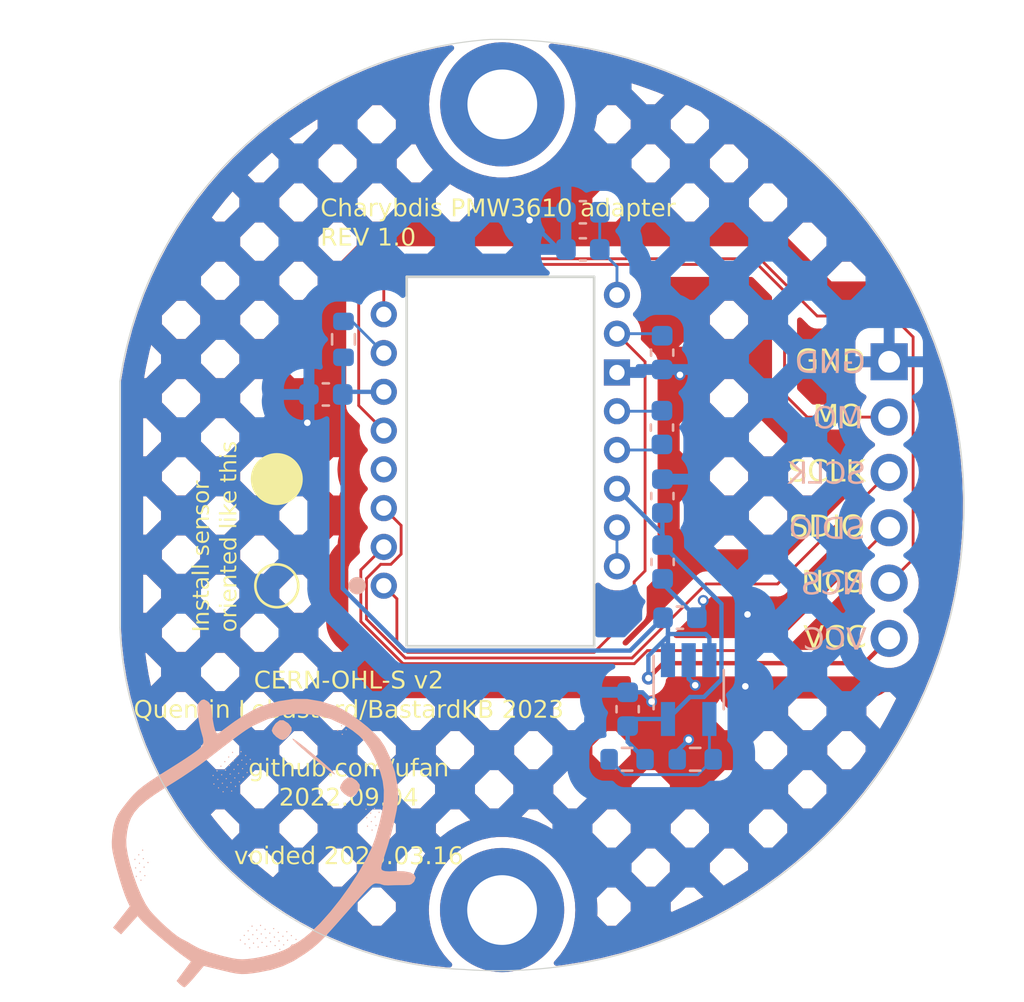
<source format=kicad_pcb>
(kicad_pcb (version 20221018) (generator pcbnew)
  (layers (0 "F.Cu" signal) (31 "B.Cu" signal) (34 "B.Paste" user) (35 "F.Paste" user) (36 "B.SilkS" user "B.Silkscreen") (37 "F.SilkS" user "F.Silkscreen") (38 "B.Mask" user) (39 "F.Mask" user) (44 "Edge.Cuts" user))
  (net 0 "")
  (net 1 "GND")
  (net 2 "Net-(U2-+VCSEL)")
  (net 3 "+1V9")
  (net 4 "VCC")
  (net 5 "Net-(U2-CN)")
  (net 6 "Net-(U2-CP)")
  (net 7 "Net-(U2-VCP)")
  (net 8 "MOTION_2")
  (net 9 "NCS_2")
  (net 10 "SCLK_2")
  (net 11 "SDIO_2")
  (net 12 "Net-(IC1-ADJ)")
  (net 13 "Net-(U2-NRESET)")
  (net 15 "Net-(U2--VCSEL)")
  (footprint "" (layer "F.Cu") (at 81.648 92.181999)
    (fp_text reference "H1" (at 0 0) (layer "F.SilkS") (effects (font (size 1.27 1.27))))
    (fp_text value "" (at 0 0) (layer "F.SilkS") (effects (font (size 1.27 1.27))))
    (pad "1" thru_hole circle (at 0 0 90) (size 5.7 5.7) (drill 3.2) (layers "*.Cu" "*.Mask"))
  )
  (footprint "" (layer "F.Cu") (at 81.638 129.171999)
    (fp_text reference "H2" (at 0 0) (layer "F.SilkS") (effects (font (size 1.27 1.27))))
    (fp_text value "" (at 0 0) (layer "F.SilkS") (effects (font (size 1.27 1.27))))
    (pad "1" thru_hole circle (at 0 0 90) (size 5.7 5.7) (drill 3.2) (layers "*.Cu" "*.Mask"))
  )
  (footprint "Connector_PinHeader_2.54mm:PinHeader_1x06_P2.54mm_Vertical" (layer "F.Cu") (at 99.4 104)
    (fp_text reference "J1" hide)
    (fp_text value "Conn_01x08")
    (pad "1" thru_hole rect (at 0 0) (size 1.7 1.7) (drill 1) (layers "*.Cu" "*.Mask") (net 1 "GND"))
    (pad "2" thru_hole oval (at 0 2.54) (size 1.7 1.7) (drill 1) (layers "*.Cu" "*.Mask") (net 8 "MOTION_2"))
    (pad "3" thru_hole oval (at 0 5.08) (size 1.7 1.7) (drill 1) (layers "*.Cu" "*.Mask") (net 10 "SCLK_2"))
    (pad "4" thru_hole oval (at 0 7.62) (size 1.7 1.7) (drill 1) (layers "*.Cu" "*.Mask") (net 11 "SDIO_2"))
    (pad "5" thru_hole oval (at 0 10.16) (size 1.7 1.7) (drill 1) (layers "*.Cu" "*.Mask") (net 9 "NCS_2"))
    (pad "6" thru_hole circle (at 0 12.7) (size 1.7 1.7) (drill 1) (layers "*.Cu" "*.Mask") (net 4 "VCC"))
  )
  (footprint "lib:C_0603_1608Metric" (layer "B.Cu") (at 87.4 119.95 90)
    (fp_text reference "C10" hide)
    (fp_text value "1uF")
    (fp_line (start -0.14058 -0.51) (end 0.14058 -0.51) (stroke (width 0.12)) (layer "B.SilkS"))
    (fp_line (start -0.14058 0.51) (end 0.14058 0.51) (stroke (width 0.12)) (layer "B.SilkS"))
    (pad "1" smd roundrect (at -0.775 0 90) (size 0.9 0.95) (layers "B.Cu" "B.Paste" "B.Mask") (net 3 "+1V9"))
    (pad "2" smd roundrect (at 0.775 0 90) (size 0.9 0.95) (layers "B.Cu" "B.Paste" "B.Mask") (net 1 "GND"))
  )
  (footprint "lib:R_0603_1608Metric" (layer "B.Cu") (at 87.375 122.25)
    (fp_text reference "R3" hide)
    (fp_text value "15k")
    (fp_line (start -0.237258 -0.5225) (end 0.237258 -0.5225) (stroke (width 0.12)) (layer "B.SilkS"))
    (fp_line (start -0.237258 0.5225) (end 0.237258 0.5225) (stroke (width 0.12)) (layer "B.SilkS"))
    (pad "1" smd roundrect (at -0.825 0) (size 0.8 0.95) (layers "B.Cu" "B.Paste" "B.Mask") (net 12 "Net-(IC1-ADJ)"))
    (pad "2" smd roundrect (at 0.825 0) (size 0.8 0.95) (layers "B.Cu" "B.Paste" "B.Mask") (net 3 "+1V9"))
  )
  (footprint "Capacitor_SMD:C_0603_1608Metric" (layer "B.Cu") (at 89.004 113.19 -90)
    (fp_text reference "C3" hide)
    (fp_text value "3.3u/16V")
    (fp_line (start -0.14058 -0.51) (end 0.14058 -0.51) (stroke (width 0.12)) (layer "B.SilkS"))
    (fp_line (start -0.14058 0.51) (end 0.14058 0.51) (stroke (width 0.12)) (layer "B.SilkS"))
    (pad "1" smd roundrect (at -0.775 0 270) (size 0.9 0.95) (layers "B.Cu" "B.Paste" "B.Mask") (net 3 "+1V9"))
    (pad "2" smd roundrect (at 0.775 0 270) (size 0.9 0.95) (layers "B.Cu" "B.Paste" "B.Mask") (net 1 "GND"))
  )
  (footprint "Capacitor_SMD:C_0603_1608Metric" (layer "B.Cu") (at 88.994 110.165 90)
    (fp_text reference "C2" hide)
    (fp_text value "100n")
    (fp_line (start -0.14058 -0.51) (end 0.14058 -0.51) (stroke (width 0.12)) (layer "B.SilkS"))
    (fp_line (start -0.14058 0.51) (end 0.14058 0.51) (stroke (width 0.12)) (layer "B.SilkS"))
    (pad "1" smd roundrect (at -0.775 0 90) (size 0.9 0.95) (layers "B.Cu" "B.Paste" "B.Mask") (net 3 "+1V9"))
    (pad "2" smd roundrect (at 0.775 0 90) (size 0.9 0.95) (layers "B.Cu" "B.Paste" "B.Mask") (net 1 "GND"))
  )
  (footprint "Capacitor_SMD:C_0603_1608Metric" (layer "B.Cu") (at 73.55 105.5 180)
    (fp_text reference "C7" hide)
    (fp_text value "100n")
    (fp_line (start -0.14058 -0.51) (end 0.14058 -0.51) (stroke (width 0.12)) (layer "B.SilkS"))
    (fp_line (start -0.14058 0.51) (end 0.14058 0.51) (stroke (width 0.12)) (layer "B.SilkS"))
    (pad "1" smd roundrect (at -0.775 0 180) (size 0.9 0.95) (layers "B.Cu" "B.Paste" "B.Mask") (net 4 "VCC"))
    (pad "2" smd roundrect (at 0.775 0 180) (size 0.9 0.95) (layers "B.Cu" "B.Paste" "B.Mask") (net 1 "GND"))
  )
  (footprint "mylib:PMW3610" (layer "B.Cu") (at 76.21 114.28)
    (fp_text reference "U2" hide)
    (fp_text value "PMW3610")
    (fp_circle (center -1.225 0) (end -1.025 0) (stroke (width 0.4)) (fill none) (layer "B.SilkS"))
    (fp_line (start 1.05 -14.18) (end 9.65 -14.18) (stroke (width 0.12)) (layer "Edge.Cuts"))
    (fp_line (start 1.05 2.78) (end 1.05 -14.18) (stroke (width 0.12)) (layer "Edge.Cuts"))
    (fp_line (start 1.05 2.78) (end 9.65 2.78) (stroke (width 0.12)) (layer "Edge.Cuts"))
    (fp_line (start 9.65 2.78) (end 9.65 -14.18) (stroke (width 0.12)) (layer "Edge.Cuts"))
    (pad "1" thru_hole circle (at 0 0) (size 1.2 1.2) (drill 0.7) (layers "*.Cu" "*.Mask") (net 2 "Net-(U2-+VCSEL)"))
    (pad "2" thru_hole circle (at 0 -1.78) (size 1.2 1.2) (drill 0.7) (layers "*.Cu" "*.Mask") (net 11 "SDIO_2"))
    (pad "3" thru_hole circle (at 0 -3.56) (size 1.2 1.2) (drill 0.7) (layers "*.Cu" "*.Mask") (net 10 "SCLK_2"))
    (pad "4" thru_hole circle (at 0 -5.34) (size 1.2 1.2) (drill 0.7) (layers "*.Cu" "*.Mask"))
    (pad "5" thru_hole circle (at 0 -7.12) (size 1.2 1.2) (drill 0.7) (layers "*.Cu" "*.Mask") (net 9 "NCS_2"))
    (pad "6" thru_hole circle (at 0 -8.9) (size 1.2 1.2) (drill 0.7) (layers "*.Cu" "*.Mask") (net 4 "VCC"))
    (pad "7" thru_hole circle (at 0 -10.68) (size 1.2 1.2) (drill 0.7) (layers "*.Cu" "*.Mask") (net 13 "Net-(U2-NRESET)"))
    (pad "8" thru_hole circle (at 0 -12.46) (size 1.2 1.2) (drill 0.7) (layers "*.Cu" "*.Mask") (net 8 "MOTION_2"))
    (pad "9" thru_hole circle (at 10.7 -13.35) (size 1.2 1.2) (drill 0.7) (layers "*.Cu" "*.Mask") (net 7 "Net-(U2-VCP)"))
    (pad "10" thru_hole circle (at 10.7 -11.57) (size 1.2 1.2) (drill 0.7) (layers "*.Cu" "*.Mask") (net 2 "Net-(U2-+VCSEL)"))
    (pad "11" thru_hole rect (at 10.7 -9.79) (size 1.2 1.2) (drill 0.7) (layers "*.Cu" "*.Mask") (net 1 "GND"))
    (pad "12" thru_hole circle (at 10.7 -8.01) (size 1.2 1.2) (drill 0.7) (layers "*.Cu" "*.Mask") (net 6 "Net-(U2-CP)"))
    (pad "13" thru_hole circle (at 10.7 -6.23) (size 1.2 1.2) (drill 0.7) (layers "*.Cu" "*.Mask") (net 5 "Net-(U2-CN)"))
    (pad "14" thru_hole circle (at 10.7 -4.45) (size 1.2 1.2) (drill 0.7) (layers "*.Cu" "*.Mask") (net 3 "+1V9"))
    (pad "15" thru_hole circle (at 10.7 -2.67) (size 1.2 1.2) (drill 0.7) (layers "*.Cu" "*.Mask") (net 15 "Net-(U2--VCSEL)"))
    (pad "16" thru_hole circle (at 10.7 -0.89) (size 1.2 1.2) (drill 0.7) (layers "*.Cu" "*.Mask") (net 15 "Net-(U2--VCSEL)"))
  )
  (footprint "Capacitor_SMD:C_0603_1608Metric" (layer "B.Cu") (at 88.984 103.58 -90)
    (fp_text reference "C1" hide)
    (fp_text value "10n")
    (fp_line (start -0.14058 -0.51) (end 0.14058 -0.51) (stroke (width 0.12)) (layer "B.SilkS"))
    (fp_line (start -0.14058 0.51) (end 0.14058 0.51) (stroke (width 0.12)) (layer "B.SilkS"))
    (pad "1" smd roundrect (at -0.775 0 270) (size 0.9 0.95) (layers "B.Cu" "B.Paste" "B.Mask") (net 2 "Net-(U2-+VCSEL)"))
    (pad "2" smd roundrect (at 0.775 0 270) (size 0.9 0.95) (layers "B.Cu" "B.Paste" "B.Mask") (net 1 "GND"))
  )
  (footprint "Capacitor_SMD:C_0603_1608Metric" (layer "B.Cu") (at 85.344 98.84 180)
    (fp_text reference "C8" hide)
    (fp_text value " 10u (X7R)")
    (fp_line (start -0.14058 -0.51) (end 0.14058 -0.51) (stroke (width 0.12)) (layer "B.SilkS"))
    (fp_line (start -0.14058 0.51) (end 0.14058 0.51) (stroke (width 0.12)) (layer "B.SilkS"))
    (pad "1" smd roundrect (at -0.775 0 180) (size 0.9 0.95) (layers "B.Cu" "B.Paste" "B.Mask") (net 7 "Net-(U2-VCP)"))
    (pad "2" smd roundrect (at 0.775 0 180) (size 0.9 0.95) (layers "B.Cu" "B.Paste" "B.Mask") (net 1 "GND"))
  )
  (footprint "Package_TO_SOT_SMD:SOT-23-5_HandSoldering" (layer "B.Cu") (at 90.2 119.05 -90)
    (fp_text reference "IC1" hide)
    (fp_text value "AP7335-WG-7")
    (fp_line (start -0.9 -1.61) (end 0.9 -1.61) (stroke (width 0.12)) (layer "B.SilkS"))
    (fp_line (start 0.9 1.61) (end -1.55 1.61) (stroke (width 0.12)) (layer "B.SilkS"))
    (pad "1" smd rect (at -1.35 0.95 270) (size 1.56 0.65) (layers "B.Cu" "B.Paste" "B.Mask") (net 4 "VCC"))
    (pad "2" smd rect (at -1.35 0 270) (size 1.56 0.65) (layers "B.Cu" "B.Paste" "B.Mask") (net 1 "GND"))
    (pad "3" smd rect (at -1.35 -0.95 270) (size 1.56 0.65) (layers "B.Cu" "B.Paste" "B.Mask") (net 4 "VCC"))
    (pad "4" smd rect (at 1.35 -0.95 270) (size 1.56 0.65) (layers "B.Cu" "B.Paste" "B.Mask") (net 12 "Net-(IC1-ADJ)"))
    (pad "5" smd rect (at 1.35 0.95 270) (size 1.56 0.65) (layers "B.Cu" "B.Paste" "B.Mask") (net 3 "+1V9"))
  )
  (footprint "lib:C_0603_1608Metric" (layer "B.Cu") (at 89.8 115.75)
    (fp_text reference "C11" hide)
    (fp_text value "1uF")
    (fp_line (start -0.14058 -0.51) (end 0.14058 -0.51) (stroke (width 0.12)) (layer "B.SilkS"))
    (fp_line (start -0.14058 0.51) (end 0.14058 0.51) (stroke (width 0.12)) (layer "B.SilkS"))
    (pad "1" smd roundrect (at -0.775 0) (size 0.9 0.95) (layers "B.Cu" "B.Paste" "B.Mask") (net 4 "VCC"))
    (pad "2" smd roundrect (at 0.775 0) (size 0.9 0.95) (layers "B.Cu" "B.Paste" "B.Mask") (net 1 "GND"))
  )
  (footprint "Capacitor_SMD:C_0603_1608Metric" (layer "B.Cu") (at 88.974 107.02 90)
    (fp_text reference "C6" hide)
    (fp_text value " 100n (X7R)")
    (fp_line (start -0.14058 -0.51) (end 0.14058 -0.51) (stroke (width 0.12)) (layer "B.SilkS"))
    (fp_line (start -0.14058 0.51) (end 0.14058 0.51) (stroke (width 0.12)) (layer "B.SilkS"))
    (pad "1" smd roundrect (at -0.775 0 90) (size 0.9 0.95) (layers "B.Cu" "B.Paste" "B.Mask") (net 5 "Net-(U2-CN)"))
    (pad "2" smd roundrect (at 0.775 0 90) (size 0.9 0.95) (layers "B.Cu" "B.Paste" "B.Mask") (net 6 "Net-(U2-CP)"))
  )
  (footprint "Capacitor_SMD:C_0603_1608Metric" (layer "B.Cu") (at 85.344 97.136 180)
    (fp_text reference "C9" hide)
    (fp_text value " 10n (X7R)")
    (fp_line (start -0.14058 -0.51) (end 0.14058 -0.51) (stroke (width 0.12)) (layer "B.SilkS"))
    (fp_line (start -0.14058 0.51) (end 0.14058 0.51) (stroke (width 0.12)) (layer "B.SilkS"))
    (pad "1" smd roundrect (at -0.775 0 180) (size 0.9 0.95) (layers "B.Cu" "B.Paste" "B.Mask") (net 7 "Net-(U2-VCP)"))
    (pad "2" smd roundrect (at 0.775 0 180) (size 0.9 0.95) (layers "B.Cu" "B.Paste" "B.Mask") (net 1 "GND"))
  )
  (footprint "Resistor_SMD:R_0603_1608Metric" (layer "B.Cu") (at 74.36 102.97 -90)
    (fp_text reference "R1" hide)
    (fp_text value "2M" hide)
    (fp_line (start -0.237258 -0.5225) (end 0.237258 -0.5225) (stroke (width 0.12)) (layer "B.SilkS"))
    (fp_line (start -0.237258 0.5225) (end 0.237258 0.5225) (stroke (width 0.12)) (layer "B.SilkS"))
    (pad "1" smd roundrect (at -0.825 0 270) (size 0.8 0.95) (layers "B.Cu" "B.Paste" "B.Mask") (net 13 "Net-(U2-NRESET)"))
    (pad "2" smd roundrect (at 0.825 0 270) (size 0.8 0.95) (layers "B.Cu" "B.Paste" "B.Mask") (net 4 "VCC"))
  )
  (footprint "lib:R_0603_1608Metric" (layer "B.Cu") (at 90.5 122.25 180)
    (fp_text reference "R2" hide)
    (fp_text value "10k")
    (fp_line (start -0.237258 -0.5225) (end 0.237258 -0.5225) (stroke (width 0.12)) (layer "B.SilkS"))
    (fp_line (start -0.237258 0.5225) (end 0.237258 0.5225) (stroke (width 0.12)) (layer "B.SilkS"))
    (pad "1" smd roundrect (at -0.825 0 180) (size 0.8 0.95) (layers "B.Cu" "B.Paste" "B.Mask") (net 12 "Net-(IC1-ADJ)"))
    (pad "2" smd roundrect (at 0.825 0 180) (size 0.8 0.95) (layers "B.Cu" "B.Paste" "B.Mask") (net 1 "GND"))
  )
  (footprint "LOGO" (layer "B.Cu") (at 71.448477 126.066488 140)
    (fp_text reference "G***" hide)
    (fp_text value "LOGO" hide)
    (fp_poly (pts (xy -3.391281 -2.941416) (xy -3.425886 -2.976021) (xy -3.46049 -2.941416) (xy -3.425886 -2.906811)) (fill solid) (layer "B.SilkS"))
    (fp_poly (pts (xy -3.114441 -3.771934) (xy -3.149046 -3.806539) (xy -3.183651 -3.771934) (xy -3.149046 -3.737329)) (fill solid) (layer "B.SilkS"))
    (fp_poly (pts (xy -3.114441 -3.495095) (xy -3.149046 -3.5297) (xy -3.183651 -3.495095) (xy -3.149046 -3.46049)) (fill solid) (layer "B.SilkS"))
    (fp_poly (pts (xy -3.114441 -3.218256) (xy -3.149046 -3.252861) (xy -3.183651 -3.218256) (xy -3.149046 -3.183651)) (fill solid) (layer "B.SilkS"))
    (fp_poly (pts (xy -3.114441 -2.941416) (xy -3.149046 -2.976021) (xy -3.183651 -2.941416) (xy -3.149046 -2.906811)) (fill solid) (layer "B.SilkS"))
    (fp_poly (pts (xy -2.837602 -3.771934) (xy -2.872207 -3.806539) (xy -2.906812 -3.771934) (xy -2.872207 -3.737329)) (fill solid) (layer "B.SilkS"))
    (fp_poly (pts (xy -2.837602 -3.495095) (xy -2.872207 -3.5297) (xy -2.906812 -3.495095) (xy -2.872207 -3.46049)) (fill solid) (layer "B.SilkS"))
    (fp_poly (pts (xy -2.837602 -3.218256) (xy -2.872207 -3.252861) (xy -2.906812 -3.218256) (xy -2.872207 -3.183651)) (fill solid) (layer "B.SilkS"))
    (fp_poly (pts (xy -2.837602 -2.941416) (xy -2.872207 -2.976021) (xy -2.906812 -2.941416) (xy -2.872207 -2.906811)) (fill solid) (layer "B.SilkS"))
    (fp_poly (pts (xy -2.837602 3.149047) (xy -2.872207 3.114442) (xy -2.906812 3.149047) (xy -2.872207 3.183652)) (fill solid) (layer "B.SilkS"))
    (fp_poly (pts (xy -2.837602 3.425886) (xy -2.872207 3.391281) (xy -2.906812 3.425886) (xy -2.872207 3.460491)) (fill solid) (layer "B.SilkS"))
    (fp_poly (pts (xy -2.560763 -4.048773) (xy -2.595368 -4.083378) (xy -2.629973 -4.048773) (xy -2.595368 -4.014168)) (fill solid) (layer "B.SilkS"))
    (fp_poly (pts (xy -2.560763 -3.771934) (xy -2.595368 -3.806539) (xy -2.629973 -3.771934) (xy -2.595368 -3.737329)) (fill solid) (layer "B.SilkS"))
    (fp_poly (pts (xy -2.560763 -3.495095) (xy -2.595368 -3.5297) (xy -2.629973 -3.495095) (xy -2.595368 -3.46049)) (fill solid) (layer "B.SilkS"))
    (fp_poly (pts (xy -2.560763 -3.218256) (xy -2.595368 -3.252861) (xy -2.629973 -3.218256) (xy -2.595368 -3.183651)) (fill solid) (layer "B.SilkS"))
    (fp_poly (pts (xy -2.560763 3.149047) (xy -2.595368 3.114442) (xy -2.629973 3.149047) (xy -2.595368 3.183652)) (fill solid) (layer "B.SilkS"))
    (fp_poly (pts (xy -2.560763 3.425886) (xy -2.595368 3.391281) (xy -2.629973 3.425886) (xy -2.595368 3.460491)) (fill solid) (layer "B.SilkS"))
    (fp_poly (pts (xy -2.560763 3.702725) (xy -2.595368 3.66812) (xy -2.629973 3.702725) (xy -2.595368 3.73733)) (fill solid) (layer "B.SilkS"))
    (fp_poly (pts (xy -2.560763 3.979565) (xy -2.595368 3.94496) (xy -2.629973 3.979565) (xy -2.595368 4.014169)) (fill solid) (layer "B.SilkS"))
    (fp_poly (pts (xy -2.283924 -4.325613) (xy -2.318529 -4.360217) (xy -2.353133 -4.325613) (xy -2.318529 -4.291008)) (fill solid) (layer "B.SilkS"))
    (fp_poly (pts (xy -2.283924 -4.048773) (xy -2.318529 -4.083378) (xy -2.353133 -4.048773) (xy -2.318529 -4.014168)) (fill solid) (layer "B.SilkS"))
    (fp_poly (pts (xy -2.283924 -3.771934) (xy -2.318529 -3.806539) (xy -2.353133 -3.771934) (xy -2.318529 -3.737329)) (fill solid) (layer "B.SilkS"))
    (fp_poly (pts (xy -2.283924 -3.495095) (xy -2.318529 -3.5297) (xy -2.353133 -3.495095) (xy -2.318529 -3.46049)) (fill solid) (layer "B.SilkS"))
    (fp_poly (pts (xy -2.283924 -3.218256) (xy -2.318529 -3.252861) (xy -2.353133 -3.218256) (xy -2.318529 -3.183651)) (fill solid) (layer "B.SilkS"))
    (fp_poly (pts (xy -2.283924 3.425886) (xy -2.318529 3.391281) (xy -2.353133 3.425886) (xy -2.318529 3.460491)) (fill solid) (layer "B.SilkS"))
    (fp_poly (pts (xy -2.283924 3.702725) (xy -2.318529 3.66812) (xy -2.353133 3.702725) (xy -2.318529 3.73733)) (fill solid) (layer "B.SilkS"))
    (fp_poly (pts (xy -2.283924 3.979565) (xy -2.318529 3.94496) (xy -2.353133 3.979565) (xy -2.318529 4.014169)) (fill solid) (layer "B.SilkS"))
    (fp_poly (pts (xy -2.007084 -4.602452) (xy -2.041689 -4.637057) (xy -2.076294 -4.602452) (xy -2.041689 -4.567847)) (fill solid) (layer "B.SilkS"))
    (fp_poly (pts (xy -2.007084 -4.325613) (xy -2.041689 -4.360217) (xy -2.076294 -4.325613) (xy -2.041689 -4.291008)) (fill solid) (layer "B.SilkS"))
    (fp_poly (pts (xy -2.007084 -4.048773) (xy -2.041689 -4.083378) (xy -2.076294 -4.048773) (xy -2.041689 -4.014168)) (fill solid) (layer "B.SilkS"))
    (fp_poly (pts (xy -2.007084 -3.771934) (xy -2.041689 -3.806539) (xy -2.076294 -3.771934) (xy -2.041689 -3.737329)) (fill solid) (layer "B.SilkS"))
    (fp_poly (pts (xy -2.007084 -3.495095) (xy -2.041689 -3.5297) (xy -2.076294 -3.495095) (xy -2.041689 -3.46049)) (fill solid) (layer "B.SilkS"))
    (fp_poly (pts (xy -2.007084 3.702725) (xy -2.041689 3.66812) (xy -2.076294 3.702725) (xy -2.041689 3.73733)) (fill solid) (layer "B.SilkS"))
    (fp_poly (pts (xy -2.007084 3.979565) (xy -2.041689 3.94496) (xy -2.076294 3.979565) (xy -2.041689 4.014169)) (fill solid) (layer "B.SilkS"))
    (fp_poly (pts (xy -1.730245 -4.602452) (xy -1.76485 -4.637057) (xy -1.799455 -4.602452) (xy -1.76485 -4.567847)) (fill solid) (layer "B.SilkS"))
    (fp_poly (pts (xy -1.730245 -4.325613) (xy -1.76485 -4.360217) (xy -1.799455 -4.325613) (xy -1.76485 -4.291008)) (fill solid) (layer "B.SilkS"))
    (fp_poly (pts (xy -1.730245 -4.048773) (xy -1.76485 -4.083378) (xy -1.799455 -4.048773) (xy -1.76485 -4.014168)) (fill solid) (layer "B.SilkS"))
    (fp_poly (pts (xy -1.730245 -3.771934) (xy -1.76485 -3.806539) (xy -1.799455 -3.771934) (xy -1.76485 -3.737329)) (fill solid) (layer "B.SilkS"))
    (fp_poly (pts (xy -1.730245 -3.495095) (xy -1.76485 -3.5297) (xy -1.799455 -3.495095) (xy -1.76485 -3.46049)) (fill solid) (layer "B.SilkS"))
    (fp_poly (pts (xy -1.453406 -4.602452) (xy -1.488011 -4.637057) (xy -1.522616 -4.602452) (xy -1.488011 -4.567847)) (fill solid) (layer "B.SilkS"))
    (fp_poly (pts (xy -1.453406 -4.325613) (xy -1.488011 -4.360217) (xy -1.522616 -4.325613) (xy -1.488011 -4.291008)) (fill solid) (layer "B.SilkS"))
    (fp_poly (pts (xy -1.453406 -4.048773) (xy -1.488011 -4.083378) (xy -1.522616 -4.048773) (xy -1.488011 -4.014168)) (fill solid) (layer "B.SilkS"))
    (fp_poly (pts (xy -1.453406 -3.771934) (xy -1.488011 -3.806539) (xy -1.522616 -3.771934) (xy -1.488011 -3.737329)) (fill solid) (layer "B.SilkS"))
    (fp_poly (pts (xy 1.038147 5.6406) (xy 1.003542 5.605995) (xy 0.968937 5.6406) (xy 1.003542 5.675205)) (fill solid) (layer "B.SilkS"))
    (fp_poly (pts (xy 1.038147 5.917439) (xy 1.003542 5.882834) (xy 0.968937 5.917439) (xy 1.003542 5.952044)) (fill solid) (layer "B.SilkS"))
    (fp_poly (pts (xy 1.314986 5.6406) (xy 1.280382 5.605995) (xy 1.245777 5.6406) (xy 1.280382 5.675205)) (fill solid) (layer "B.SilkS"))
    (fp_poly (pts (xy 1.314986 5.917439) (xy 1.280382 5.882834) (xy 1.245777 5.917439) (xy 1.280382 5.952044)) (fill solid) (layer "B.SilkS"))
    (fp_poly (pts (xy 3.252861 0.380654) (xy 3.218256 0.34605) (xy 3.183651 0.380654) (xy 3.218256 0.415259)) (fill solid) (layer "B.SilkS"))
    (fp_poly (pts (xy 3.252861 0.657494) (xy 3.218256 0.622889) (xy 3.183651 0.657494) (xy 3.218256 0.692099)) (fill solid) (layer "B.SilkS"))
    (fp_poly (pts (xy 3.252861 0.934333) (xy 3.218256 0.899728) (xy 3.183651 0.934333) (xy 3.218256 0.968938)) (fill solid) (layer "B.SilkS"))
    (fp_poly (pts (xy 3.252861 1.211172) (xy 3.218256 1.176567) (xy 3.183651 1.211172) (xy 3.218256 1.245777)) (fill solid) (layer "B.SilkS"))
    (fp_poly (pts (xy 3.252861 1.488011) (xy 3.218256 1.453406) (xy 3.183651 1.488011) (xy 3.218256 1.522616)) (fill solid) (layer "B.SilkS"))
    (fp_poly (pts (xy 3.5297 0.103815) (xy 3.495095 0.06921) (xy 3.46049 0.103815) (xy 3.495095 0.13842)) (fill solid) (layer "B.SilkS"))
    (fp_poly (pts (xy 3.5297 0.380654) (xy 3.495095 0.34605) (xy 3.46049 0.380654) (xy 3.495095 0.415259)) (fill solid) (layer "B.SilkS"))
    (fp_poly (pts (xy 3.5297 0.657494) (xy 3.495095 0.622889) (xy 3.46049 0.657494) (xy 3.495095 0.692099)) (fill solid) (layer "B.SilkS"))
    (fp_poly (pts (xy 3.5297 0.934333) (xy 3.495095 0.899728) (xy 3.46049 0.934333) (xy 3.495095 0.968938)) (fill solid) (layer "B.SilkS"))
    (fp_poly (pts (xy 3.5297 1.211172) (xy 3.495095 1.176567) (xy 3.46049 1.211172) (xy 3.495095 1.245777)) (fill solid) (layer "B.SilkS"))
    (fp_poly (pts (xy 3.5297 1.488011) (xy 3.495095 1.453406) (xy 3.46049 1.488011) (xy 3.495095 1.522616)) (fill solid) (layer "B.SilkS"))
    (fp_poly (pts (xy 3.5297 1.764851) (xy 3.495095 1.730246) (xy 3.46049 1.764851) (xy 3.495095 1.799456)) (fill solid) (layer "B.SilkS"))
    (fp_poly (pts (xy 3.5297 2.04169) (xy 3.495095 2.007085) (xy 3.46049 2.04169) (xy 3.495095 2.076295)) (fill solid) (layer "B.SilkS"))
    (fp_poly (pts (xy 3.80654 -5.43297) (xy 3.771935 -5.467574) (xy 3.73733 -5.43297) (xy 3.771935 -5.398365)) (fill solid) (layer "B.SilkS"))
    (fp_poly (pts (xy 3.80654 -5.15613) (xy 3.771935 -5.190735) (xy 3.73733 -5.15613) (xy 3.771935 -5.121525)) (fill solid) (layer "B.SilkS"))
    (fp_poly (pts (xy 3.80654 0.103815) (xy 3.771935 0.06921) (xy 3.73733 0.103815) (xy 3.771935 0.13842)) (fill solid) (layer "B.SilkS"))
    (fp_poly (pts (xy 3.80654 0.380654) (xy 3.771935 0.34605) (xy 3.73733 0.380654) (xy 3.771935 0.415259)) (fill solid) (layer "B.SilkS"))
    (fp_poly (pts (xy 3.80654 0.657494) (xy 3.771935 0.622889) (xy 3.73733 0.657494) (xy 3.771935 0.692099)) (fill solid) (layer "B.SilkS"))
    (fp_poly (pts (xy 3.80654 0.934333) (xy 3.771935 0.899728) (xy 3.73733 0.934333) (xy 3.771935 0.968938)) (fill solid) (layer "B.SilkS"))
    (fp_poly (pts (xy 3.80654 1.211172) (xy 3.771935 1.176567) (xy 3.73733 1.211172) (xy 3.771935 1.245777)) (fill solid) (layer "B.SilkS"))
    (fp_poly (pts (xy 3.80654 1.488011) (xy 3.771935 1.453406) (xy 3.73733 1.488011) (xy 3.771935 1.522616)) (fill solid) (layer "B.SilkS"))
    (fp_poly (pts (xy 3.80654 1.764851) (xy 3.771935 1.730246) (xy 3.73733 1.764851) (xy 3.771935 1.799456)) (fill solid) (layer "B.SilkS"))
    (fp_poly (pts (xy 3.80654 2.04169) (xy 3.771935 2.007085) (xy 3.73733 2.04169) (xy 3.771935 2.076295)) (fill solid) (layer "B.SilkS"))
    (fp_poly (pts (xy 4.083379 -5.43297) (xy 4.048774 -5.467574) (xy 4.014169 -5.43297) (xy 4.048774 -5.398365)) (fill solid) (layer "B.SilkS"))
    (fp_poly (pts (xy 4.083379 -5.15613) (xy 4.048774 -5.190735) (xy 4.014169 -5.15613) (xy 4.048774 -5.121525)) (fill solid) (layer "B.SilkS"))
    (fp_poly (pts (xy 4.083379 -4.879291) (xy 4.048774 -4.913896) (xy 4.014169 -4.879291) (xy 4.048774 -4.844686)) (fill solid) (layer "B.SilkS"))
    (fp_poly (pts (xy 4.083379 -4.602452) (xy 4.048774 -4.637057) (xy 4.014169 -4.602452) (xy 4.048774 -4.567847)) (fill solid) (layer "B.SilkS"))
    (fp_poly (pts (xy 4.083379 0.103815) (xy 4.048774 0.06921) (xy 4.014169 0.103815) (xy 4.048774 0.13842)) (fill solid) (layer "B.SilkS"))
    (fp_poly (pts (xy 4.083379 0.380654) (xy 4.048774 0.34605) (xy 4.014169 0.380654) (xy 4.048774 0.415259)) (fill solid) (layer "B.SilkS"))
    (fp_poly (pts (xy 4.083379 0.657494) (xy 4.048774 0.622889) (xy 4.014169 0.657494) (xy 4.048774 0.692099)) (fill solid) (layer "B.SilkS"))
    (fp_poly (pts (xy 4.083379 0.934333) (xy 4.048774 0.899728) (xy 4.014169 0.934333) (xy 4.048774 0.968938)) (fill solid) (layer "B.SilkS"))
    (fp_poly (pts (xy 4.083379 1.211172) (xy 4.048774 1.176567) (xy 4.014169 1.211172) (xy 4.048774 1.245777)) (fill solid) (layer "B.SilkS"))
    (fp_poly (pts (xy 4.083379 1.488011) (xy 4.048774 1.453406) (xy 4.014169 1.488011) (xy 4.048774 1.522616)) (fill solid) (layer "B.SilkS"))
    (fp_poly (pts (xy 4.083379 1.764851) (xy 4.048774 1.730246) (xy 4.014169 1.764851) (xy 4.048774 1.799456)) (fill solid) (layer "B.SilkS"))
    (fp_poly (pts (xy 4.083379 2.04169) (xy 4.048774 2.007085) (xy 4.014169 2.04169) (xy 4.048774 2.076295)) (fill solid) (layer "B.SilkS"))
    (fp_poly (pts (xy 4.360218 -5.15613) (xy 4.325613 -5.190735) (xy 4.291008 -5.15613) (xy 4.325613 -5.121525)) (fill solid) (layer "B.SilkS"))
    (fp_poly (pts (xy 4.360218 -4.879291) (xy 4.325613 -4.913896) (xy 4.291008 -4.879291) (xy 4.325613 -4.844686)) (fill solid) (layer "B.SilkS"))
    (fp_poly (pts (xy 4.360218 -4.602452) (xy 4.325613 -4.637057) (xy 4.291008 -4.602452) (xy 4.325613 -4.567847)) (fill solid) (layer "B.SilkS"))
    (fp_poly (pts (xy 4.360218 0.380654) (xy 4.325613 0.34605) (xy 4.291008 0.380654) (xy 4.325613 0.415259)) (fill solid) (layer "B.SilkS"))
    (fp_poly (pts (xy 4.360218 0.657494) (xy 4.325613 0.622889) (xy 4.291008 0.657494) (xy 4.325613 0.692099)) (fill solid) (layer "B.SilkS"))
    (fp_poly (pts (xy 4.360218 0.934333) (xy 4.325613 0.899728) (xy 4.291008 0.934333) (xy 4.325613 0.968938)) (fill solid) (layer "B.SilkS"))
    (fp_poly (pts (xy 4.360218 1.211172) (xy 4.325613 1.176567) (xy 4.291008 1.211172) (xy 4.325613 1.245777)) (fill solid) (layer "B.SilkS"))
    (fp_poly (pts (xy 4.360218 1.488011) (xy 4.325613 1.453406) (xy 4.291008 1.488011) (xy 4.325613 1.522616)) (fill solid) (layer "B.SilkS"))
    (fp_poly (pts (xy 4.360218 1.764851) (xy 4.325613 1.730246) (xy 4.291008 1.764851) (xy 4.325613 1.799456)) (fill solid) (layer "B.SilkS"))
    (fp_poly (pts (xy 4.637057 -4.879291) (xy 4.602452 -4.913896) (xy 4.567847 -4.879291) (xy 4.602452 -4.844686)) (fill solid) (layer "B.SilkS"))
    (fp_poly (pts (xy 4.637057 -4.602452) (xy 4.602452 -4.637057) (xy 4.567847 -4.602452) (xy 4.602452 -4.567847)) (fill solid) (layer "B.SilkS"))
    (fp_poly (pts (xy 4.637057 -4.325613) (xy 4.602452 -4.360217) (xy 4.567847 -4.325613) (xy 4.602452 -4.291008)) (fill solid) (layer "B.SilkS"))
    (fp_poly (pts (xy -0.594864 4.396441) (xy -0.46373 4.283709) (xy -0.416465 4.070583) (xy -0.415259 4.014169) (xy -0.437064 3.824524) (xy -0.490359 3.691055) (xy -0.498311 3.681962) (xy -0.634937 3.620939) (xy -0.836627 3.601395) (xy -1.036386 3.623331) (xy -1.162725 3.681962) (xy -1.218671 3.803326) (xy -1.245396 3.989935) (xy -1.245777 4.014169) (xy -1.212789 4.249824) (xy -1.100058 4.380957) (xy -0.886931 4.428222) (xy -0.830518 4.429428)) (fill solid) (layer "B.SilkS"))
    (fp_poly (pts (xy 3.488515 4.396441) (xy 3.619649 4.283709) (xy 3.666914 4.070583) (xy 3.66812 4.014169) (xy 3.646314 3.824524) (xy 3.59302 3.691055) (xy 3.585068 3.681962) (xy 3.448442 3.620939) (xy 3.246752 3.601395) (xy 3.046993 3.623331) (xy 2.920654 3.681962) (xy 2.864708 3.803326) (xy 2.837983 3.989935) (xy 2.837602 4.014169) (xy 2.87059 4.249824) (xy 2.983321 4.380957) (xy 3.196448 4.428222) (xy 3.252861 4.429428)) (fill solid) (layer "B.SilkS"))
    (fp_poly (pts (xy 1.833995 4.079721) (xy 2.211625 4.06907) (xy 2.473545 4.051908) (xy 2.610815 4.028719) (xy 2.629973 4.014169) (xy 2.562303 3.987985) (xy 2.365253 3.967573) (xy 2.04776 3.953415) (xy 1.618763 3.945995) (xy 1.349591 3.94496) (xy 0.865188 3.948617) (xy 0.487557 3.959269) (xy 0.225638 3.976431) (xy 0.088368 3.99962) (xy 0.06921 4.014169) (xy 0.136879 4.040353) (xy 0.33393 4.060766) (xy 0.651422 4.074924) (xy 1.080419 4.082344) (xy 1.349591 4.083379)) (fill solid) (layer "B.SilkS"))
    (fp_poly (pts (xy 0.807718 6.631361) (xy 1.288318 6.592061) (xy 1.722258 6.527937) (xy 2.06525 6.441399) (xy 2.076294 6.437561) (xy 2.729889 6.166911) (xy 3.279307 5.84476) (xy 3.755638 5.448985) (xy 4.189971 4.957463) (xy 4.230377 4.904722) (xy 4.481316 4.551888) (xy 4.68959 4.203896) (xy 4.866145 3.833807) (xy 5.021926 3.414681) (xy 5.167879 2.91958) (xy 5.31495 2.321564) (xy 5.358885 2.127233) (xy 5.396814 1.999658) (xy 5.459975 1.975549) (xy 5.596288 2.03667) (xy 5.596546 2.036804) (xy 5.744701 2.136397) (xy 5.945145 2.300274) (xy 6.153148 2.491688) (xy 6.357228 2.681106) (xy 6.505569 2.785678) (xy 6.632948 2.825279) (xy 6.73514 2.824351) (xy 6.892531 2.789228) (xy 6.959578 2.695592) (xy 6.976272 2.591492) (xy 6.971295 2.461176) (xy 6.913805 2.337727) (xy 6.782547 2.186984) (xy 6.640215 2.051369) (xy 6.415107 1.854809) (xy 6.187547 1.673286) (xy 6.031245 1.562452) (xy 5.786957 1.396559) (xy 5.646807 1.256591) (xy 5.593081 1.10281) (xy 5.608066 0.895478) (xy 5.64844 0.703725) (xy 5.707442 0.478195) (xy 5.800099 0.158789) (xy 5.915232 -0.217415) (xy 6.041667 -0.613333) (xy 6.086514 -0.749681) (xy 6.256282 -1.271123) (xy 6.383271 -1.690463) (xy 6.472837 -2.03538) (xy 6.530338 -2.333552) (xy 6.561128 -2.612658) (xy 6.570565 -2.900377) (xy 6.564226 -3.218256) (xy 6.547429 -3.557072) (xy 6.51887 -3.804542) (xy 6.468156 -4.007731) (xy 6.384893 -4.213706) (xy 6.310514 -4.367148) (xy 6.141085 -4.65542) (xy 5.93095 -4.945058) (xy 5.757322 -5.140442) (xy 5.560478 -5.309957) (xy 5.275586 -5.526683) (xy 4.934689 -5.768991) (xy 4.569824 -6.01525) (xy 4.213034 -6.243831) (xy 3.896357 -6.433104) (xy 3.653573 -6.560642) (xy 3.396792 -6.678746) (xy 3.376734 -7.301634) (xy 3.356676 -7.924523) (xy 2.872207 -7.924523) (xy 2.832159 -6.792147) (xy 2.575344 -6.839261) (xy 2.395498 -6.858101) (xy 2.109271 -6.87196) (xy 1.748617 -6.880696) (xy 1.345491 -6.884165) (xy 0.931846 -6.882223) (xy 0.539638 -6.874726) (xy 0.20082 -6.861532) (xy 0.034605 -6.850673) (xy -0.380654 -6.817166) (xy -0.415259 -7.370844) (xy -0.449864 -7.924523) (xy -0.659981 -7.945105) (xy -0.824091 -7.94499) (xy -0.919517 -7.916268) (xy -0.941222 -7.829372) (xy -0.958073 -7.637833) (xy -0.967642 -7.375405) (xy -0.968937 -7.22925) (xy -0.968937 -6.591652) (xy -1.757256 -6.205365) (xy -2.096872 -6.035306) (xy -2.346855 -5.895674) (xy -2.543475 -5.759384) (xy -2.723004 -5.599346) (xy -2.921713 -5.388474) (xy -3.059435 -5.232899) (xy -3.454715 -4.74142) (xy -3.754772 -4.26444) (xy -3.985259 -3.753211) (xy -4.171827 -3.158991) (xy -4.19247 -3.079836) (xy -4.247323 -2.855673) (xy -4.290478 -2.647175) (xy -4.323874 -2.431891) (xy -4.349448 -2.187371) (xy -4.369139 -1.891166) (xy -4.384886 -1.520825) (xy -4.398625 -1.053898) (xy -4.400533 -0.972933) (xy -3.812687 -0.972933) (xy -3.792589 -1.655135) (xy -3.731891 -2.264532) (xy -3.662247 -2.639162) (xy -3.593029 -2.90327) (xy -3.52711 -3.101647) (xy -3.474413 -3.206656) (xy -3.45541 -3.215116) (xy -3.421596 -3.231065) (xy -3.43365 -3.282742) (xy -3.422872 -3.413638) (xy -3.337207 -3.625789) (xy -3.191218 -3.894819) (xy -2.99947 -4.19635) (xy -2.776528 -4.506006) (xy -2.536954 -4.799408) (xy -2.50793 -4.832198) (xy -2.302748 -5.054349) (xy -2.123501 -5.223019) (xy -1.935042 -5.363216) (xy -1.702223 -5.499947) (xy -1.389897 -5.65822) (xy -1.255841 -5.72307) (xy -0.730935 -5.956683) (xy -0.301196 -6.107647) (xy -0.037898 -6.166203) (xy 0.236166 -6.210638) (xy 0.494108 -6.26208) (xy 0.622888 -6.293795) (xy 0.820651 -6.323066) (xy 1.118241 -6.334833) (xy 1.478335 -6.330317) (xy 1.863613 -6.31074) (xy 2.236753 -6.277323) (xy 2.560435 -6.231287) (xy 2.56643 -6.230195) (xy 2.891858 -6.136608) (xy 3.285649 -5.970749) (xy 3.719355 -5.750041) (xy 4.164524 -5.491908) (xy 4.592707 -5.213775) (xy 4.975454 -4.933066) (xy 5.284313 -4.667205) (xy 5.484066 -4.443294) (xy 5.695826 -4.125198) (xy 5.85296 -3.831613) (xy 5.955575 -3.542811) (xy 6.003781 -3.239067) (xy 5.997687 -2.900653) (xy 5.9374 -2.507843) (xy 5.823031 -2.040909) (xy 5.654687 -1.480125) (xy 5.502953 -1.015664) (xy 5.366668 -0.582654) (xy 5.227731 -0.099724) (xy 5.103452 0.370733) (xy 5.019562 0.726703) (xy 4.888444 1.332463) (xy 4.78164 1.820149) (xy 4.69491 2.207131) (xy 4.624015 2.510779) (xy 4.564715 2.748461) (xy 4.51277 2.937548) (xy 4.463943 3.095409) (xy 4.413992 3.239412) (xy 4.391237 3.301066) (xy 4.066269 3.983338) (xy 3.637459 4.588016) (xy 3.118544 5.104652) (xy 2.523258 5.522794) (xy 1.865339 5.831994) (xy 1.15852 6.021801) (xy 0.749229 6.071852) (xy 0.353898 6.081905) (xy -0.001185 6.044615) (xy -0.358043 5.950196) (xy -0.758701 5.78886) (xy -1.038147 5.655597) (xy -1.447719 5.430779) (xy -1.799213 5.184015) (xy -2.107894 4.89651) (xy -2.389024 4.549469) (xy -2.657867 4.124096) (xy -2.929686 3.601596) (xy -3.214176 2.976022) (xy -3.387614 2.484424) (xy -3.534757 1.886365) (xy -3.65322 1.211722) (xy -3.740618 0.490373) (xy -3.794569 -0.247804) (xy -3.812687 -0.972933) (xy -4.400533 -0.972933) (xy -4.410357 -0.556059) (xy -4.423057 -0.004139) (xy -4.434803 0.425965) (xy -4.447169 0.750834) (xy -4.461732 0.987047) (xy -4.480067 1.151186) (xy -4.503748 1.25983) (xy -4.534352 1.32956) (xy -4.573453 1.376957) (xy -4.595909 1.396815) (xy -4.73284 1.488484) (xy -4.823818 1.520314) (xy -4.924881 1.565782) (xy -5.068984 1.675167) (xy -5.100658 1.703824) (xy -5.270572 1.856368) (xy -5.48418 2.040102) (xy -5.592239 2.130326) (xy -5.768582 2.289616) (xy -5.853499 2.415428) (xy -5.871972 2.549178) (xy -5.869078 2.589309) (xy -5.807129 2.763773) (xy -5.671328 2.828988) (xy -5.469438 2.787504) (xy -5.209221 2.641872) (xy -4.898442 2.39464) (xy -4.696617 2.204244) (xy -4.543498 2.091786) (xy -4.445691 2.046852) (xy -4.373743 2.042113) (xy -4.307807 2.093345) (xy -4.232845 2.222576) (xy -4.133816 2.451832) (xy -4.084129 2.576395) (xy -3.859712 3.119399) (xy -3.6221 3.647818) (xy -3.383795 4.136711) (xy -3.157302 4.561135) (xy -2.955125 4.896149) (xy -2.840737 5.056602) (xy -2.439841 5.482663) (xy -1.949992 5.875206) (xy -1.410063 6.209299) (xy -0.85893 6.460013) (xy -0.471183 6.576211) (xy -0.116319 6.625846) (xy 0.324743 6.643426)) (fill solid) (layer "B.SilkS"))
  )
  (gr_circle (center 71.3 109.384886) (end 72.433578 109.384886) (stroke (width 0.12)) (fill solid) (layer "F.SilkS"))
  (gr_circle (center 71.3 114.284886) (end 72.284886 114.284886) (stroke (width 0.12)) (fill none) (layer "F.SilkS"))
  (gr_arc (start 79.9 131.9) (mid 68.917172 127.152463) (end 64.099999 116.2) (stroke (width 0.05)) (layer "Edge.Cuts"))
  (gr_line (start 64.1 116.2) (end 64.1 104.9) (stroke (width 0.05)) (layer "Edge.Cuts"))
  (gr_arc (start 64.1 104.9) (mid 69.841085 94.062641) (end 81.1 89.200001) (stroke (width 0.05)) (layer "Edge.Cuts"))
  (gr_arc (start 81.1 89.2) (mid 102.82616 111.177433) (end 79.9 131.899999) (stroke (width 0.05)) (layer "Edge.Cuts"))
  (gr_text "MO" (at 97.04829 106.64) (layer "B.SilkS") (effects (font (size 1 1)) (justify mirror)))
  (gr_text "SCLK" (at 96.535869 109.18) (layer "B.SilkS") (effects (font (size 1 1)) (justify mirror)))
  (gr_text "GND" (at 96.7 104.1) (layer "B.SilkS") (effects (font (size 1 1)) (justify mirror)))
  (gr_text "NCS" (at 96.825541 114.26) (layer "B.SilkS") (effects (font (size 1 1)) (justify mirror)))
  (gr_text "SDIO" (at 96.547593 111.72) (layer "B.SilkS") (effects (font (size 1 1)) (justify mirror)))
  (gr_text "VCC" (at 96.914934 116.8) (layer "B.SilkS") (effects (font (size 1 1)) (justify mirror)))
  (gr_text "VCC" (at 96.914934 116.7) (layer "F.SilkS") (effects (font (size 1 1))))
  (gr_text "NCS" (at 96.825541 114.16) (layer "F.SilkS") (effects (font (size 1 1))))
  (gr_text "SCLK" (at 96.535869 109.08) (layer "F.SilkS") (effects (font (size 1 1))))
  (gr_text "GND" (at 96.7 104) (layer "F.SilkS") (effects (font (size 1 1))))
  (gr_text "Charybdis PMW3610 adapter\nREV 1.0" (at 73.3 98.8) (layer "F.SilkS") (effects (font (size 0.8 0.8) (thickness 0.1)) (justify left bottom)))
  (gr_text "Install sensor \noriented like this" (at 68.5 116.417157 90) (layer "F.SilkS") (effects (font (size 0.75 0.75) (thickness 0.1)) (justify left)))
  (gr_text "SDIO" (at 96.547593 111.62) (layer "F.SilkS") (effects (font (size 1 1))))
  (gr_text "MO" (at 97.04829 106.54) (layer "F.SilkS") (effects (font (size 1 1))))
  (gr_text "CERN-OHL-S v2\nQuentin Lebastard/BastardKB 2023\n\ngithub.com/ufan\n2022.09.04\n\nvoided 2023.03.16" (at 74.6 122.7) (layer "F.SilkS") (effects (font (size 0.8 0.8))))
  (segment (start 90.55 118.9) (end 90.5 118.85) (width 0.2) (layer "F.Cu") (net 1))
  (segment (start 90.869751 114.958867) (end 91.510884 115.6) (width 0.2) (layer "F.Cu") (net 1))
  (segment (start 92.8 118.9) (end 90.55 118.9) (width 0.2) (layer "F.Cu") (net 1))
  (segment (start 91.510884 115.6) (end 92.9 115.6) (width 0.2) (layer "F.Cu") (net 1))
  (via (at 89.8 104.6) (size 0.5) (drill 0.3) (layers "F.Cu" "B.Cu") (net 1))
  (via (at 82.9 97.5) (size 0.5) (drill 0.3) (layers "F.Cu" "B.Cu") (net 1))
  (via (at 90.869751 114.958867) (size 0.5) (drill 0.3) (layers "F.Cu" "B.Cu") (net 1))
  (via (at 90.2 121.35) (size 0.5) (drill 0.3) (layers "F.Cu" "B.Cu") (net 1))
  (via (at 92.9 115.6) (size 0.6) (drill 0.3) (layers "F.Cu" "B.Cu") (net 1))
  (via (at 72.7 106.8) (size 0.5) (drill 0.3) (layers "F.Cu" "B.Cu") (net 1))
  (via (at 92.8 118.9) (size 0.6) (drill 0.3) (layers "F.Cu" "B.Cu") (net 1))
  (via (at 88.5 119.6) (size 0.5) (drill 0.3) (layers "F.Cu" "B.Cu") (net 1))
  (via (at 90.5 118.85) (size 0.5) (drill 0.3) (layers "F.Cu" "B.Cu") (net 1))
  (segment (start 84.569 97.136) (end 84.569 98.84) (width 0.2) (layer "B.Cu") (net 1))
  (segment (start 88.984 104.355) (end 89.555 104.355) (width 0.2) (layer "B.Cu") (net 1))
  (segment (start 84.24 98.84) (end 82.9 97.5) (width 0.2) (layer "B.Cu") (net 1))
  (segment (start 90.869751 114.958867) (end 90.869751 115.455249) (width 0.2) (layer "B.Cu") (net 1))
  (segment (start 72.775 106.725) (end 72.7 106.8) (width 0.2) (layer "B.Cu") (net 1))
  (segment (start 72.775 105.5) (end 72.775 106.725) (width 0.2) (layer "B.Cu") (net 1))
  (segment (start 92.9 118.8) (end 92.8 118.9) (width 0.2) (layer "B.Cu") (net 1))
  (segment (start 89.004 113.965) (end 89.004 114.179) (width 0.2) (layer "B.Cu") (net 1))
  (segment (start 92.9 115.6) (end 92.9 118.8) (width 0.2) (layer "B.Cu") (net 1))
  (segment (start 84.569 98.84) (end 84.24 98.84) (width 0.2) (layer "B.Cu") (net 1))
  (segment (start 89.555 104.355) (end 89.8 104.6) (width 0.2) (layer "B.Cu") (net 1))
  (segment (start 89.675 122.25) (end 89.675 121.875) (width 0.2) (layer "B.Cu") (net 1))
  (segment (start 90.869751 115.455249) (end 90.575 115.75) (width 0.2) (layer "B.Cu") (net 1))
  (segment (start 88.5 119.6) (end 88.075 119.175) (width 0.2) (layer "B.Cu") (net 1))
  (segment (start 88.075 119.175) (end 87.4 119.175) (width 0.2) (layer "B.Cu") (net 1))
  (segment (start 89.004 114.179) (end 90.575 115.75) (width 0.2) (layer "B.Cu") (net 1))
  (segment (start 89.675 121.875) (end 90.2 121.35) (width 0.2) (layer "B.Cu") (net 1))
  (segment (start 90.2 117.7) (end 90.2 118.55) (width 0.2) (layer "B.Cu") (net 1))
  (segment (start 90.2 118.55) (end 90.5 118.85) (width 0.2) (layer "B.Cu") (net 1))
  (segment (start 76.21 114.28) (end 76.81 114.88) (width 0.13) (layer "F.Cu") (net 2))
  (segment (start 85.862843 117.34) (end 87.7 115.502843) (width 0.13) (layer "F.Cu") (net 2))
  (segment (start 76.81 114.88) (end 76.81 116.843345) (width 0.13) (layer "F.Cu") (net 2))
  (segment (start 87.7 114.1) (end 88.2 113.6) (width 0.13) (layer "F.Cu") (net 2))
  (segment (start 76.81 116.843345) (end 77.306655 117.34) (width 0.13) (layer "F.Cu") (net 2))
  (segment (start 87.7 115.502843) (end 87.7 114.1) (width 0.13) (layer "F.Cu") (net 2))
  (segment (start 88.2 104) (end 86.91 102.71) (width 0.13) (layer "F.Cu") (net 2))
  (segment (start 77.306655 117.34) (end 85.862843 117.34) (width 0.13) (layer "F.Cu") (net 2))
  (segment (start 88.2 113.6) (end 88.2 104) (width 0.13) (layer "F.Cu") (net 2))
  (segment (start 88.984 102.805) (end 88.889 102.71) (width 0.13) (layer "B.Cu") (net 2))
  (segment (start 88.889 102.71) (end 86.91 102.71) (width 0.13) (layer "B.Cu") (net 2))
  (segment (start 89.25 120.4) (end 87.725 120.4) (width 0.2) (layer "B.Cu") (net 3))
  (segment (start 89.004 111.924) (end 86.91 109.83) (width 0.2) (layer "B.Cu") (net 3))
  (segment (start 89.004 112.415) (end 91.705 115.116) (width 0.2) (layer "B.Cu") (net 3))
  (segment (start 87.725 120.4) (end 87.4 120.725) (width 0.2) (layer "B.Cu") (net 3))
  (segment (start 90.9 119.39) (end 90.26 119.39) (width 0.2) (layer "B.Cu") (net 3))
  (segment (start 87.4 120.725) (end 87.4 121.45) (width 0.2) (layer "B.Cu") (net 3))
  (segment (start 90.26 119.39) (end 89.25 120.4) (width 0.2) (layer "B.Cu") (net 3))
  (segment (start 87.4 121.45) (end 88.2 122.25) (width 0.2) (layer "B.Cu") (net 3))
  (segment (start 91.705 118.585) (end 90.9 119.39) (width 0.2) (layer "B.Cu") (net 3))
  (segment (start 88.994 110.94) (end 88.994 112.405) (width 0.2) (layer "B.Cu") (net 3))
  (segment (start 91.705 115.116) (end 91.705 118.585) (width 0.2) (layer "B.Cu") (net 3))
  (segment (start 89.004 112.415) (end 89.004 111.924) (width 0.2) (layer "B.Cu") (net 3))
  (segment (start 88.994 112.405) (end 89.004 112.415) (width 0.2) (layer "B.Cu") (net 3))
  (segment (start 89.036625 117.837687) (end 98.262313 117.837687) (width 0.2) (layer "F.Cu") (net 4))
  (segment (start 98.262313 117.837687) (end 99.4 116.7) (width 0.2) (layer "F.Cu") (net 4))
  (segment (start 88.35198 118.522332) (end 89.036625 117.837687) (width 0.2) (layer "F.Cu") (net 4))
  (via (at 88.35198 118.522332) (size 0.6) (drill 0.3) (layers "F.Cu" "B.Cu") (net 4))
  (segment (start 74.445 105.38) (end 74.325 105.5) (width 0.2) (layer "B.Cu") (net 4))
  (segment (start 89.25 115.975) (end 89.025 115.75) (width 0.2) (layer "B.Cu") (net 4))
  (segment (start 88.35198 117.49802) (end 89.25 116.6) (width 0.2) (layer "B.Cu") (net 4))
  (segment (start 76.21 105.38) (end 74.445 105.38) (width 0.2) (layer "B.Cu") (net 4))
  (segment (start 77.177157 117.26) (end 74.325 114.407843) (width 0.2) (layer "B.Cu") (net 4))
  (segment (start 74.36 105.465) (end 74.325 105.5) (width 0.2) (layer "B.Cu") (net 4))
  (segment (start 89.25 116.5) (end 89.25 115.975) (width 0.2) (layer "B.Cu") (net 4))
  (segment (start 87.515 117.26) (end 77.177157 117.26) (width 0.2) (layer "B.Cu") (net 4))
  (segment (start 89.025 115.75) (end 87.515 117.26) (width 0.2) (layer "B.Cu") (net 4))
  (segment (start 91.15 117.7) (end 91.15 116.67) (width 0.2) (layer "B.Cu") (net 4))
  (segment (start 74.325 114.407843) (end 74.325 105.5) (width 0.2) (layer "B.Cu") (net 4))
  (segment (start 89.25 117.7) (end 89.25 116.6) (width 0.2) (layer "B.Cu") (net 4))
  (segment (start 74.36 103.795) (end 74.36 105.465) (width 0.2) (layer "B.Cu") (net 4))
  (segment (start 88.35198 118.522332) (end 88.35198 117.49802) (width 0.2) (layer "B.Cu") (net 4))
  (segment (start 89.25 116.6) (end 89.25 116.5) (width 0.2) (layer "B.Cu") (net 4))
  (segment (start 90.98 116.5) (end 89.25 116.5) (width 0.2) (layer "B.Cu") (net 4))
  (segment (start 91.15 116.67) (end 90.98 116.5) (width 0.2) (layer "B.Cu") (net 4))
  (segment (start 88.974 107.795) (end 88.719 108.05) (width 0.13) (layer "B.Cu") (net 5))
  (segment (start 88.719 108.05) (end 86.91 108.05) (width 0.13) (layer "B.Cu") (net 5))
  (segment (start 88.974 106.245) (end 88.949 106.27) (width 0.13) (layer "B.Cu") (net 6))
  (segment (start 88.949 106.27) (end 86.91 106.27) (width 0.13) (layer "B.Cu") (net 6))
  (segment (start 86.119 97.136) (end 86.119 98.84) (width 0.13) (layer "B.Cu") (net 7))
  (segment (start 86.91 100.93) (end 86.91 99.631) (width 0.13) (layer "B.Cu") (net 7))
  (segment (start 86.91 99.631) (end 86.119 98.84) (width 0.13) (layer "B.Cu") (net 7))
  (segment (start 76.703181 99.530499) (end 76.21 100.02368) (width 0.13) (layer "F.Cu") (net 8))
  (segment (start 93.363509 99.530499) (end 76.703181 99.530499) (width 0.13) (layer "F.Cu") (net 8))
  (segment (start 94.6 105.5) (end 94.6 100.76699) (width 0.13) (layer "F.Cu") (net 8))
  (segment (start 76.21 100.02368) (end 76.21 101.82) (width 0.13) (layer "F.Cu") (net 8))
  (segment (start 95.64 106.54) (end 94.6 105.5) (width 0.13) (layer "F.Cu") (net 8))
  (segment (start 99.4 106.54) (end 95.64 106.54) (width 0.13) (layer "F.Cu") (net 8))
  (segment (start 94.6 100.76699) (end 93.363509 99.530499) (width 0.13) (layer "F.Cu") (net 8))
  (segment (start 93.470499 99.270499) (end 96.1 101.9) (width 0.13) (layer "F.Cu") (net 9))
  (segment (start 100.5 113.06) (end 99.4 114.16) (width 0.13) (layer "F.Cu") (net 9))
  (segment (start 75.059002 100.806982) (end 75.059002 106.009002) (width 0.13) (layer "F.Cu") (net 9))
  (segment (start 76.595485 99.270499) (end 75.059002 100.806982) (width 0.13) (layer "F.Cu") (net 9))
  (segment (start 96.1 101.9) (end 99.539345 101.9) (width 0.13) (layer "F.Cu") (net 9))
  (segment (start 92.2 99.270499) (end 93.470499 99.270499) (width 0.13) (layer "F.Cu") (net 9))
  (segment (start 99.539345 101.9) (end 100.5 102.860655) (width 0.13) (layer "F.Cu") (net 9))
  (segment (start 92.2 99.270499) (end 76.595485 99.270499) (width 0.13) (layer "F.Cu") (net 9))
  (segment (start 100.5 102.860655) (end 100.5 113.06) (width 0.13) (layer "F.Cu") (net 9))
  (segment (start 75.059002 106.009002) (end 76.21 107.16) (width 0.13) (layer "F.Cu") (net 9))
  (segment (start 77.005 111.515) (end 76.21 110.72) (width 0.13) (layer "F.Cu") (net 10))
  (segment (start 94.28 114.2) (end 91 114.2) (width 0.13) (layer "F.Cu") (net 10))
  (segment (start 76.0657 113.3) (end 76.5343 113.3) (width 0.13) (layer "F.Cu") (net 10))
  (segment (start 77.199665 117.6) (end 75.415 115.815335) (width 0.13) (layer "F.Cu") (net 10))
  (segment (start 75.415 115.815335) (end 75.415 113.9507) (width 0.13) (layer "F.Cu") (net 10))
  (segment (start 87.6 117.6) (end 77.199665 117.6) (width 0.13) (layer "F.Cu") (net 10))
  (segment (start 99.4 109.08) (end 94.28 114.2) (width 0.13) (layer "F.Cu") (net 10))
  (segment (start 75.415 113.9507) (end 76.0657 113.3) (width 0.13) (layer "F.Cu") (net 10))
  (segment (start 91 114.2) (end 87.6 117.6) (width 0.13) (layer "F.Cu") (net 10))
  (segment (start 77.005 112.8293) (end 77.005 111.515) (width 0.13) (layer "F.Cu") (net 10))
  (segment (start 76.5343 113.3) (end 77.005 112.8293) (width 0.13) (layer "F.Cu") (net 10))
  (segment (start 93.760499 117.259501) (end 99.4 111.62) (width 0.13) (layer "F.Cu") (net 11))
  (segment (start 75.155499 113.554501) (end 75.155499 115.922824) (width 0.13) (layer "F.Cu") (net 11))
  (segment (start 87.707489 117.859501) (end 88.307489 117.259501) (width 0.13) (layer "F.Cu") (net 11))
  (segment (start 88.307489 117.259501) (end 93.760499 117.259501) (width 0.13) (layer "F.Cu") (net 11))
  (segment (start 76.21 112.5) (end 75.155499 113.554501) (width 0.13) (layer "F.Cu") (net 11))
  (segment (start 77.092176 117.859501) (end 87.707489 117.859501) (width 0.13) (layer "F.Cu") (net 11))
  (segment (start 75.155499 115.922824) (end 77.092176 117.859501) (width 0.13) (layer "F.Cu") (net 11))
  (segment (start 91.15 120.4) (end 91.15 122.075) (width 0.13) (layer "B.Cu") (net 12))
  (segment (start 87.255 122.955) (end 90.62 122.955) (width 0.13) (layer "B.Cu") (net 12))
  (segment (start 90.62 122.955) (end 91.325 122.25) (width 0.13) (layer "B.Cu") (net 12))
  (segment (start 91.15 122.075) (end 91.325 122.25) (width 0.13) (layer "B.Cu") (net 12))
  (segment (start 86.55 122.25) (end 87.255 122.955) (width 0.13) (layer "B.Cu") (net 12))
  (segment (start 74.755 102.145) (end 76.21 103.6) (width 0.13) (layer "B.Cu") (net 13))
  (segment (start 74.36 102.145) (end 74.755 102.145) (width 0.13) (layer "B.Cu") (net 13))
  (segment (start 86.91 113.39) (end 86.91 111.61) (width 0.13) (layer "B.Cu") (net 15))
  (zone (net 1) (net_name "GND") (layers "F&B.Cu") (connect_pads (clearance 0.508)) (min_thickness 0.254) (fill yes (mode hatch) (thermal_gap 0.7) (thermal_bridge_width 0.5) (island_removal_mode 2) (island_area_min 1) (hatch_thickness 1.016) (hatch_gap 1.524) (hatch_orientation 45) (hatch_smoothing_level 1) (hatch_smoothing_value 0.3) (hatch_border_algorithm hatch_thickness) (hatch_min_hole_area 0.3))
    (polygon (pts (xy 105.6 133.39) (xy 58.598 133.39) (xy 58.598 87.39) (xy 105.598 87.39)))
  )
)
</source>
